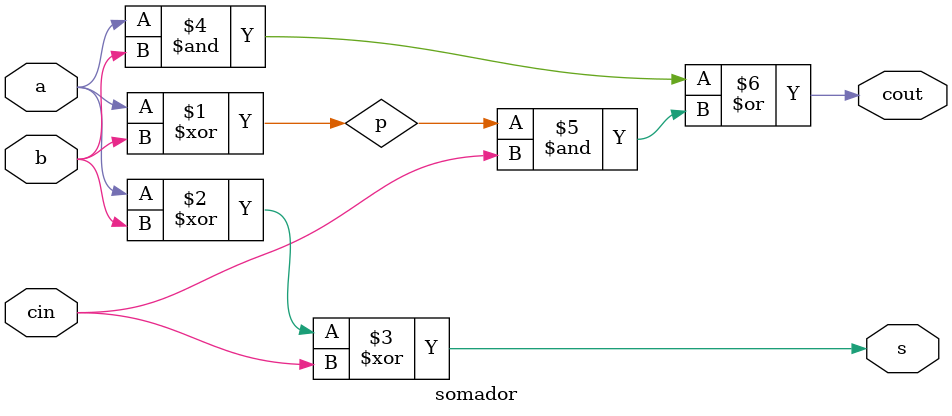
<source format=sv>
module somador(input logic a, input logic b, input logic cin, output logic cout, output logic s);
    logic p;
    assign p = a ^ b;
    assign s = a ^ b ^ cin;
    assign cout = (a & b) | (p & cin);
endmodule
</source>
